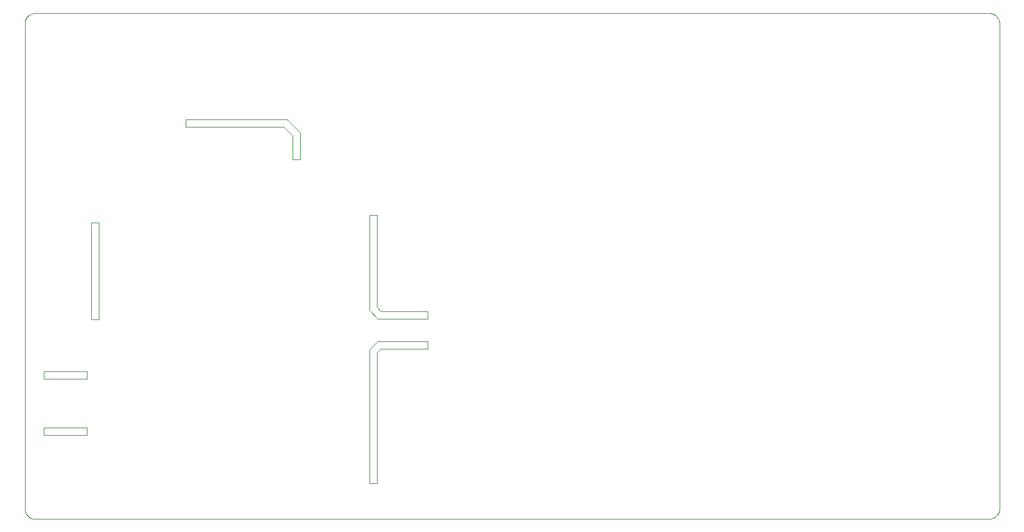
<source format=gko>
G75*
%MOIN*%
%OFA0B0*%
%FSLAX25Y25*%
%IPPOS*%
%LPD*%
%AMOC8*
5,1,8,0,0,1.08239X$1,22.5*
%
%ADD10C,0.00394*%
%ADD11C,0.00400*%
D10*
X0016261Y0020744D02*
X0524922Y0020744D01*
X0525069Y0020746D01*
X0525215Y0020752D01*
X0525362Y0020762D01*
X0525508Y0020775D01*
X0525654Y0020793D01*
X0525799Y0020814D01*
X0525943Y0020839D01*
X0526087Y0020869D01*
X0526230Y0020901D01*
X0526372Y0020938D01*
X0526513Y0020979D01*
X0526653Y0021023D01*
X0526792Y0021071D01*
X0526929Y0021122D01*
X0527065Y0021178D01*
X0527200Y0021237D01*
X0527332Y0021299D01*
X0527464Y0021365D01*
X0527593Y0021434D01*
X0527720Y0021507D01*
X0527846Y0021583D01*
X0527969Y0021663D01*
X0528090Y0021746D01*
X0528209Y0021831D01*
X0528326Y0021921D01*
X0528440Y0022013D01*
X0528552Y0022108D01*
X0528661Y0022206D01*
X0528767Y0022307D01*
X0528871Y0022411D01*
X0528972Y0022517D01*
X0529070Y0022626D01*
X0529165Y0022738D01*
X0529257Y0022852D01*
X0529347Y0022969D01*
X0529432Y0023088D01*
X0529515Y0023209D01*
X0529595Y0023332D01*
X0529671Y0023458D01*
X0529744Y0023585D01*
X0529813Y0023714D01*
X0529879Y0023846D01*
X0529941Y0023978D01*
X0530000Y0024113D01*
X0530056Y0024249D01*
X0530107Y0024386D01*
X0530155Y0024525D01*
X0530199Y0024665D01*
X0530240Y0024806D01*
X0530277Y0024948D01*
X0530309Y0025091D01*
X0530339Y0025235D01*
X0530364Y0025379D01*
X0530385Y0025524D01*
X0530403Y0025670D01*
X0530416Y0025816D01*
X0530426Y0025963D01*
X0530432Y0026109D01*
X0530434Y0026256D01*
X0530434Y0284917D01*
X0530432Y0285064D01*
X0530426Y0285210D01*
X0530416Y0285357D01*
X0530403Y0285503D01*
X0530385Y0285649D01*
X0530364Y0285794D01*
X0530339Y0285938D01*
X0530309Y0286082D01*
X0530277Y0286225D01*
X0530240Y0286367D01*
X0530199Y0286508D01*
X0530155Y0286648D01*
X0530107Y0286787D01*
X0530056Y0286924D01*
X0530000Y0287060D01*
X0529941Y0287195D01*
X0529879Y0287327D01*
X0529813Y0287459D01*
X0529744Y0287588D01*
X0529671Y0287715D01*
X0529595Y0287841D01*
X0529515Y0287964D01*
X0529432Y0288085D01*
X0529347Y0288204D01*
X0529257Y0288321D01*
X0529165Y0288435D01*
X0529070Y0288547D01*
X0528972Y0288656D01*
X0528871Y0288762D01*
X0528767Y0288866D01*
X0528661Y0288967D01*
X0528552Y0289065D01*
X0528440Y0289160D01*
X0528326Y0289252D01*
X0528209Y0289342D01*
X0528090Y0289427D01*
X0527969Y0289510D01*
X0527846Y0289590D01*
X0527720Y0289666D01*
X0527593Y0289739D01*
X0527464Y0289808D01*
X0527332Y0289874D01*
X0527200Y0289936D01*
X0527065Y0289995D01*
X0526929Y0290051D01*
X0526792Y0290102D01*
X0526653Y0290150D01*
X0526513Y0290194D01*
X0526372Y0290235D01*
X0526230Y0290272D01*
X0526087Y0290304D01*
X0525943Y0290334D01*
X0525799Y0290359D01*
X0525654Y0290380D01*
X0525508Y0290398D01*
X0525362Y0290411D01*
X0525215Y0290421D01*
X0525069Y0290427D01*
X0524922Y0290429D01*
X0016261Y0290429D01*
X0016114Y0290427D01*
X0015968Y0290421D01*
X0015821Y0290411D01*
X0015675Y0290398D01*
X0015529Y0290380D01*
X0015384Y0290359D01*
X0015240Y0290334D01*
X0015096Y0290304D01*
X0014953Y0290272D01*
X0014811Y0290235D01*
X0014670Y0290194D01*
X0014530Y0290150D01*
X0014391Y0290102D01*
X0014254Y0290051D01*
X0014118Y0289995D01*
X0013983Y0289936D01*
X0013851Y0289874D01*
X0013719Y0289808D01*
X0013590Y0289739D01*
X0013463Y0289666D01*
X0013337Y0289590D01*
X0013214Y0289510D01*
X0013093Y0289427D01*
X0012974Y0289342D01*
X0012857Y0289252D01*
X0012743Y0289160D01*
X0012631Y0289065D01*
X0012522Y0288967D01*
X0012416Y0288866D01*
X0012312Y0288762D01*
X0012211Y0288656D01*
X0012113Y0288547D01*
X0012018Y0288435D01*
X0011926Y0288321D01*
X0011836Y0288204D01*
X0011751Y0288085D01*
X0011668Y0287964D01*
X0011588Y0287841D01*
X0011512Y0287715D01*
X0011439Y0287588D01*
X0011370Y0287459D01*
X0011304Y0287327D01*
X0011242Y0287195D01*
X0011183Y0287060D01*
X0011127Y0286924D01*
X0011076Y0286787D01*
X0011028Y0286648D01*
X0010984Y0286508D01*
X0010943Y0286367D01*
X0010906Y0286225D01*
X0010874Y0286082D01*
X0010844Y0285938D01*
X0010819Y0285794D01*
X0010798Y0285649D01*
X0010780Y0285503D01*
X0010767Y0285357D01*
X0010757Y0285210D01*
X0010751Y0285064D01*
X0010749Y0284917D01*
X0010749Y0026256D01*
X0010751Y0026109D01*
X0010757Y0025963D01*
X0010767Y0025816D01*
X0010780Y0025670D01*
X0010798Y0025524D01*
X0010819Y0025379D01*
X0010844Y0025235D01*
X0010874Y0025091D01*
X0010906Y0024948D01*
X0010943Y0024806D01*
X0010984Y0024665D01*
X0011028Y0024525D01*
X0011076Y0024386D01*
X0011127Y0024249D01*
X0011183Y0024113D01*
X0011242Y0023978D01*
X0011304Y0023846D01*
X0011370Y0023714D01*
X0011439Y0023585D01*
X0011512Y0023458D01*
X0011588Y0023332D01*
X0011668Y0023209D01*
X0011751Y0023088D01*
X0011836Y0022969D01*
X0011926Y0022852D01*
X0012018Y0022738D01*
X0012113Y0022626D01*
X0012211Y0022517D01*
X0012312Y0022411D01*
X0012416Y0022307D01*
X0012522Y0022206D01*
X0012631Y0022108D01*
X0012743Y0022013D01*
X0012857Y0021921D01*
X0012974Y0021831D01*
X0013093Y0021746D01*
X0013214Y0021663D01*
X0013337Y0021583D01*
X0013463Y0021507D01*
X0013590Y0021434D01*
X0013719Y0021365D01*
X0013851Y0021299D01*
X0013983Y0021237D01*
X0014118Y0021178D01*
X0014254Y0021122D01*
X0014391Y0021071D01*
X0014530Y0021023D01*
X0014670Y0020979D01*
X0014811Y0020938D01*
X0014953Y0020901D01*
X0015096Y0020869D01*
X0015240Y0020839D01*
X0015384Y0020814D01*
X0015529Y0020793D01*
X0015675Y0020775D01*
X0015821Y0020762D01*
X0015968Y0020752D01*
X0016114Y0020746D01*
X0016261Y0020744D01*
D11*
X0020749Y0065581D02*
X0020749Y0069581D01*
X0043749Y0069581D01*
X0043749Y0065581D01*
X0020749Y0065581D01*
X0020749Y0095531D02*
X0020749Y0099531D01*
X0043749Y0099531D01*
X0043749Y0095531D01*
X0020749Y0095531D01*
X0046299Y0127031D02*
X0050299Y0127031D01*
X0050299Y0178781D01*
X0046299Y0178781D01*
X0046299Y0127031D01*
X0194399Y0132031D02*
X0198849Y0127581D01*
X0225449Y0127581D01*
X0225449Y0131581D01*
X0200549Y0131581D01*
X0198399Y0133731D01*
X0198399Y0182681D01*
X0194399Y0182681D01*
X0194399Y0132031D01*
X0198849Y0115531D02*
X0194399Y0111081D01*
X0194399Y0039681D01*
X0198399Y0039681D01*
X0198399Y0109381D01*
X0200549Y0111531D01*
X0225449Y0111531D01*
X0225449Y0115531D01*
X0198849Y0115531D01*
X0157399Y0212331D02*
X0157399Y0226881D01*
X0152949Y0231331D01*
X0152899Y0231381D02*
X0150649Y0233631D01*
X0096599Y0233631D01*
X0096599Y0229631D01*
X0148949Y0229631D01*
X0153399Y0225181D01*
X0153399Y0212331D01*
X0157399Y0212331D01*
M02*

</source>
